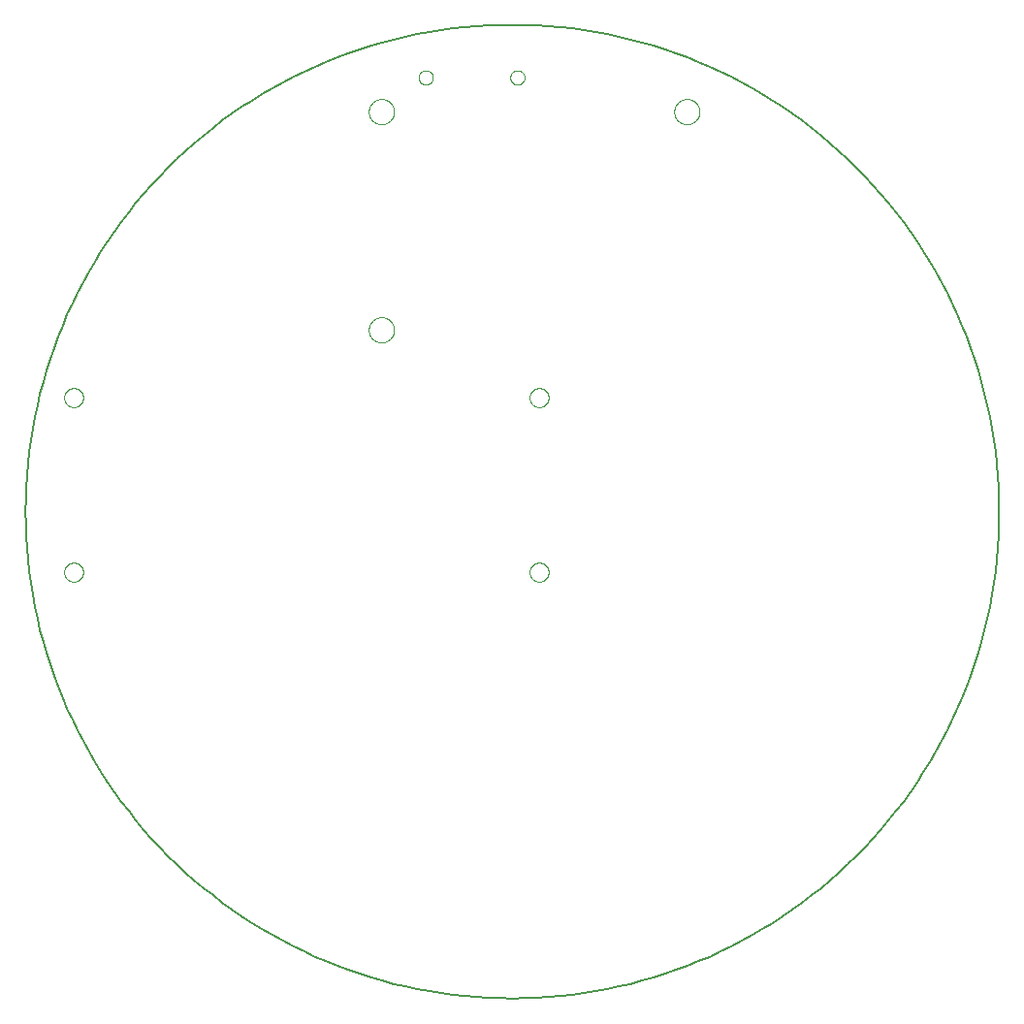
<source format=gko>
G75*
%MOIN*%
%OFA0B0*%
%FSLAX25Y25*%
%IPPOS*%
%LPD*%
%AMOC8*
5,1,8,0,0,1.08239X$1,22.5*
%
%ADD10C,0.00800*%
%ADD11C,0.00000*%
D10*
X0001400Y0168723D02*
X0001450Y0172829D01*
X0001602Y0176933D01*
X0001853Y0181032D01*
X0002206Y0185124D01*
X0002658Y0189205D01*
X0003211Y0193274D01*
X0003863Y0197329D01*
X0004615Y0201366D01*
X0005466Y0205384D01*
X0006414Y0209379D01*
X0007461Y0213350D01*
X0008605Y0217294D01*
X0009845Y0221209D01*
X0011181Y0225092D01*
X0012612Y0228942D01*
X0014137Y0232755D01*
X0015755Y0236529D01*
X0017465Y0240263D01*
X0019266Y0243953D01*
X0021157Y0247599D01*
X0023137Y0251196D01*
X0025205Y0254744D01*
X0027360Y0258240D01*
X0029599Y0261683D01*
X0031922Y0265069D01*
X0034328Y0268397D01*
X0036815Y0271665D01*
X0039381Y0274872D01*
X0042025Y0278014D01*
X0044745Y0281090D01*
X0047540Y0284099D01*
X0050408Y0287038D01*
X0053347Y0289906D01*
X0056356Y0292701D01*
X0059432Y0295421D01*
X0062574Y0298065D01*
X0065781Y0300631D01*
X0069049Y0303118D01*
X0072377Y0305524D01*
X0075763Y0307847D01*
X0079206Y0310086D01*
X0082702Y0312241D01*
X0086250Y0314309D01*
X0089847Y0316289D01*
X0093493Y0318180D01*
X0097183Y0319981D01*
X0100917Y0321691D01*
X0104691Y0323309D01*
X0108504Y0324834D01*
X0112354Y0326265D01*
X0116237Y0327601D01*
X0120152Y0328841D01*
X0124096Y0329985D01*
X0128067Y0331032D01*
X0132062Y0331980D01*
X0136080Y0332831D01*
X0140117Y0333583D01*
X0144172Y0334235D01*
X0148241Y0334788D01*
X0152322Y0335240D01*
X0156414Y0335593D01*
X0160513Y0335844D01*
X0164617Y0335996D01*
X0168723Y0336046D01*
X0172829Y0335996D01*
X0176933Y0335844D01*
X0181032Y0335593D01*
X0185124Y0335240D01*
X0189205Y0334788D01*
X0193274Y0334235D01*
X0197329Y0333583D01*
X0201366Y0332831D01*
X0205384Y0331980D01*
X0209379Y0331032D01*
X0213350Y0329985D01*
X0217294Y0328841D01*
X0221209Y0327601D01*
X0225092Y0326265D01*
X0228942Y0324834D01*
X0232755Y0323309D01*
X0236529Y0321691D01*
X0240263Y0319981D01*
X0243953Y0318180D01*
X0247599Y0316289D01*
X0251196Y0314309D01*
X0254744Y0312241D01*
X0258240Y0310086D01*
X0261683Y0307847D01*
X0265069Y0305524D01*
X0268397Y0303118D01*
X0271665Y0300631D01*
X0274872Y0298065D01*
X0278014Y0295421D01*
X0281090Y0292701D01*
X0284099Y0289906D01*
X0287038Y0287038D01*
X0289906Y0284099D01*
X0292701Y0281090D01*
X0295421Y0278014D01*
X0298065Y0274872D01*
X0300631Y0271665D01*
X0303118Y0268397D01*
X0305524Y0265069D01*
X0307847Y0261683D01*
X0310086Y0258240D01*
X0312241Y0254744D01*
X0314309Y0251196D01*
X0316289Y0247599D01*
X0318180Y0243953D01*
X0319981Y0240263D01*
X0321691Y0236529D01*
X0323309Y0232755D01*
X0324834Y0228942D01*
X0326265Y0225092D01*
X0327601Y0221209D01*
X0328841Y0217294D01*
X0329985Y0213350D01*
X0331032Y0209379D01*
X0331980Y0205384D01*
X0332831Y0201366D01*
X0333583Y0197329D01*
X0334235Y0193274D01*
X0334788Y0189205D01*
X0335240Y0185124D01*
X0335593Y0181032D01*
X0335844Y0176933D01*
X0335996Y0172829D01*
X0336046Y0168723D01*
X0335996Y0164617D01*
X0335844Y0160513D01*
X0335593Y0156414D01*
X0335240Y0152322D01*
X0334788Y0148241D01*
X0334235Y0144172D01*
X0333583Y0140117D01*
X0332831Y0136080D01*
X0331980Y0132062D01*
X0331032Y0128067D01*
X0329985Y0124096D01*
X0328841Y0120152D01*
X0327601Y0116237D01*
X0326265Y0112354D01*
X0324834Y0108504D01*
X0323309Y0104691D01*
X0321691Y0100917D01*
X0319981Y0097183D01*
X0318180Y0093493D01*
X0316289Y0089847D01*
X0314309Y0086250D01*
X0312241Y0082702D01*
X0310086Y0079206D01*
X0307847Y0075763D01*
X0305524Y0072377D01*
X0303118Y0069049D01*
X0300631Y0065781D01*
X0298065Y0062574D01*
X0295421Y0059432D01*
X0292701Y0056356D01*
X0289906Y0053347D01*
X0287038Y0050408D01*
X0284099Y0047540D01*
X0281090Y0044745D01*
X0278014Y0042025D01*
X0274872Y0039381D01*
X0271665Y0036815D01*
X0268397Y0034328D01*
X0265069Y0031922D01*
X0261683Y0029599D01*
X0258240Y0027360D01*
X0254744Y0025205D01*
X0251196Y0023137D01*
X0247599Y0021157D01*
X0243953Y0019266D01*
X0240263Y0017465D01*
X0236529Y0015755D01*
X0232755Y0014137D01*
X0228942Y0012612D01*
X0225092Y0011181D01*
X0221209Y0009845D01*
X0217294Y0008605D01*
X0213350Y0007461D01*
X0209379Y0006414D01*
X0205384Y0005466D01*
X0201366Y0004615D01*
X0197329Y0003863D01*
X0193274Y0003211D01*
X0189205Y0002658D01*
X0185124Y0002206D01*
X0181032Y0001853D01*
X0176933Y0001602D01*
X0172829Y0001450D01*
X0168723Y0001400D01*
X0164617Y0001450D01*
X0160513Y0001602D01*
X0156414Y0001853D01*
X0152322Y0002206D01*
X0148241Y0002658D01*
X0144172Y0003211D01*
X0140117Y0003863D01*
X0136080Y0004615D01*
X0132062Y0005466D01*
X0128067Y0006414D01*
X0124096Y0007461D01*
X0120152Y0008605D01*
X0116237Y0009845D01*
X0112354Y0011181D01*
X0108504Y0012612D01*
X0104691Y0014137D01*
X0100917Y0015755D01*
X0097183Y0017465D01*
X0093493Y0019266D01*
X0089847Y0021157D01*
X0086250Y0023137D01*
X0082702Y0025205D01*
X0079206Y0027360D01*
X0075763Y0029599D01*
X0072377Y0031922D01*
X0069049Y0034328D01*
X0065781Y0036815D01*
X0062574Y0039381D01*
X0059432Y0042025D01*
X0056356Y0044745D01*
X0053347Y0047540D01*
X0050408Y0050408D01*
X0047540Y0053347D01*
X0044745Y0056356D01*
X0042025Y0059432D01*
X0039381Y0062574D01*
X0036815Y0065781D01*
X0034328Y0069049D01*
X0031922Y0072377D01*
X0029599Y0075763D01*
X0027360Y0079206D01*
X0025205Y0082702D01*
X0023137Y0086250D01*
X0021157Y0089847D01*
X0019266Y0093493D01*
X0017465Y0097183D01*
X0015755Y0100917D01*
X0014137Y0104691D01*
X0012612Y0108504D01*
X0011181Y0112354D01*
X0009845Y0116237D01*
X0008605Y0120152D01*
X0007461Y0124096D01*
X0006414Y0128067D01*
X0005466Y0132062D01*
X0004615Y0136080D01*
X0003863Y0140117D01*
X0003211Y0144172D01*
X0002658Y0148241D01*
X0002206Y0152322D01*
X0001853Y0156414D01*
X0001602Y0160513D01*
X0001450Y0164617D01*
X0001400Y0168723D01*
D11*
X0014673Y0147923D02*
X0014675Y0148036D01*
X0014681Y0148150D01*
X0014691Y0148263D01*
X0014705Y0148375D01*
X0014722Y0148487D01*
X0014744Y0148599D01*
X0014770Y0148709D01*
X0014799Y0148819D01*
X0014832Y0148927D01*
X0014869Y0149035D01*
X0014910Y0149140D01*
X0014954Y0149245D01*
X0015002Y0149348D01*
X0015053Y0149449D01*
X0015108Y0149548D01*
X0015167Y0149645D01*
X0015229Y0149740D01*
X0015294Y0149833D01*
X0015362Y0149924D01*
X0015433Y0150012D01*
X0015508Y0150098D01*
X0015585Y0150181D01*
X0015665Y0150261D01*
X0015748Y0150338D01*
X0015834Y0150413D01*
X0015922Y0150484D01*
X0016013Y0150552D01*
X0016106Y0150617D01*
X0016201Y0150679D01*
X0016298Y0150738D01*
X0016397Y0150793D01*
X0016498Y0150844D01*
X0016601Y0150892D01*
X0016706Y0150936D01*
X0016811Y0150977D01*
X0016919Y0151014D01*
X0017027Y0151047D01*
X0017137Y0151076D01*
X0017247Y0151102D01*
X0017359Y0151124D01*
X0017471Y0151141D01*
X0017583Y0151155D01*
X0017696Y0151165D01*
X0017810Y0151171D01*
X0017923Y0151173D01*
X0018036Y0151171D01*
X0018150Y0151165D01*
X0018263Y0151155D01*
X0018375Y0151141D01*
X0018487Y0151124D01*
X0018599Y0151102D01*
X0018709Y0151076D01*
X0018819Y0151047D01*
X0018927Y0151014D01*
X0019035Y0150977D01*
X0019140Y0150936D01*
X0019245Y0150892D01*
X0019348Y0150844D01*
X0019449Y0150793D01*
X0019548Y0150738D01*
X0019645Y0150679D01*
X0019740Y0150617D01*
X0019833Y0150552D01*
X0019924Y0150484D01*
X0020012Y0150413D01*
X0020098Y0150338D01*
X0020181Y0150261D01*
X0020261Y0150181D01*
X0020338Y0150098D01*
X0020413Y0150012D01*
X0020484Y0149924D01*
X0020552Y0149833D01*
X0020617Y0149740D01*
X0020679Y0149645D01*
X0020738Y0149548D01*
X0020793Y0149449D01*
X0020844Y0149348D01*
X0020892Y0149245D01*
X0020936Y0149140D01*
X0020977Y0149035D01*
X0021014Y0148927D01*
X0021047Y0148819D01*
X0021076Y0148709D01*
X0021102Y0148599D01*
X0021124Y0148487D01*
X0021141Y0148375D01*
X0021155Y0148263D01*
X0021165Y0148150D01*
X0021171Y0148036D01*
X0021173Y0147923D01*
X0021171Y0147810D01*
X0021165Y0147696D01*
X0021155Y0147583D01*
X0021141Y0147471D01*
X0021124Y0147359D01*
X0021102Y0147247D01*
X0021076Y0147137D01*
X0021047Y0147027D01*
X0021014Y0146919D01*
X0020977Y0146811D01*
X0020936Y0146706D01*
X0020892Y0146601D01*
X0020844Y0146498D01*
X0020793Y0146397D01*
X0020738Y0146298D01*
X0020679Y0146201D01*
X0020617Y0146106D01*
X0020552Y0146013D01*
X0020484Y0145922D01*
X0020413Y0145834D01*
X0020338Y0145748D01*
X0020261Y0145665D01*
X0020181Y0145585D01*
X0020098Y0145508D01*
X0020012Y0145433D01*
X0019924Y0145362D01*
X0019833Y0145294D01*
X0019740Y0145229D01*
X0019645Y0145167D01*
X0019548Y0145108D01*
X0019449Y0145053D01*
X0019348Y0145002D01*
X0019245Y0144954D01*
X0019140Y0144910D01*
X0019035Y0144869D01*
X0018927Y0144832D01*
X0018819Y0144799D01*
X0018709Y0144770D01*
X0018599Y0144744D01*
X0018487Y0144722D01*
X0018375Y0144705D01*
X0018263Y0144691D01*
X0018150Y0144681D01*
X0018036Y0144675D01*
X0017923Y0144673D01*
X0017810Y0144675D01*
X0017696Y0144681D01*
X0017583Y0144691D01*
X0017471Y0144705D01*
X0017359Y0144722D01*
X0017247Y0144744D01*
X0017137Y0144770D01*
X0017027Y0144799D01*
X0016919Y0144832D01*
X0016811Y0144869D01*
X0016706Y0144910D01*
X0016601Y0144954D01*
X0016498Y0145002D01*
X0016397Y0145053D01*
X0016298Y0145108D01*
X0016201Y0145167D01*
X0016106Y0145229D01*
X0016013Y0145294D01*
X0015922Y0145362D01*
X0015834Y0145433D01*
X0015748Y0145508D01*
X0015665Y0145585D01*
X0015585Y0145665D01*
X0015508Y0145748D01*
X0015433Y0145834D01*
X0015362Y0145922D01*
X0015294Y0146013D01*
X0015229Y0146106D01*
X0015167Y0146201D01*
X0015108Y0146298D01*
X0015053Y0146397D01*
X0015002Y0146498D01*
X0014954Y0146601D01*
X0014910Y0146706D01*
X0014869Y0146811D01*
X0014832Y0146919D01*
X0014799Y0147027D01*
X0014770Y0147137D01*
X0014744Y0147247D01*
X0014722Y0147359D01*
X0014705Y0147471D01*
X0014691Y0147583D01*
X0014681Y0147696D01*
X0014675Y0147810D01*
X0014673Y0147923D01*
X0014673Y0207923D02*
X0014675Y0208036D01*
X0014681Y0208150D01*
X0014691Y0208263D01*
X0014705Y0208375D01*
X0014722Y0208487D01*
X0014744Y0208599D01*
X0014770Y0208709D01*
X0014799Y0208819D01*
X0014832Y0208927D01*
X0014869Y0209035D01*
X0014910Y0209140D01*
X0014954Y0209245D01*
X0015002Y0209348D01*
X0015053Y0209449D01*
X0015108Y0209548D01*
X0015167Y0209645D01*
X0015229Y0209740D01*
X0015294Y0209833D01*
X0015362Y0209924D01*
X0015433Y0210012D01*
X0015508Y0210098D01*
X0015585Y0210181D01*
X0015665Y0210261D01*
X0015748Y0210338D01*
X0015834Y0210413D01*
X0015922Y0210484D01*
X0016013Y0210552D01*
X0016106Y0210617D01*
X0016201Y0210679D01*
X0016298Y0210738D01*
X0016397Y0210793D01*
X0016498Y0210844D01*
X0016601Y0210892D01*
X0016706Y0210936D01*
X0016811Y0210977D01*
X0016919Y0211014D01*
X0017027Y0211047D01*
X0017137Y0211076D01*
X0017247Y0211102D01*
X0017359Y0211124D01*
X0017471Y0211141D01*
X0017583Y0211155D01*
X0017696Y0211165D01*
X0017810Y0211171D01*
X0017923Y0211173D01*
X0018036Y0211171D01*
X0018150Y0211165D01*
X0018263Y0211155D01*
X0018375Y0211141D01*
X0018487Y0211124D01*
X0018599Y0211102D01*
X0018709Y0211076D01*
X0018819Y0211047D01*
X0018927Y0211014D01*
X0019035Y0210977D01*
X0019140Y0210936D01*
X0019245Y0210892D01*
X0019348Y0210844D01*
X0019449Y0210793D01*
X0019548Y0210738D01*
X0019645Y0210679D01*
X0019740Y0210617D01*
X0019833Y0210552D01*
X0019924Y0210484D01*
X0020012Y0210413D01*
X0020098Y0210338D01*
X0020181Y0210261D01*
X0020261Y0210181D01*
X0020338Y0210098D01*
X0020413Y0210012D01*
X0020484Y0209924D01*
X0020552Y0209833D01*
X0020617Y0209740D01*
X0020679Y0209645D01*
X0020738Y0209548D01*
X0020793Y0209449D01*
X0020844Y0209348D01*
X0020892Y0209245D01*
X0020936Y0209140D01*
X0020977Y0209035D01*
X0021014Y0208927D01*
X0021047Y0208819D01*
X0021076Y0208709D01*
X0021102Y0208599D01*
X0021124Y0208487D01*
X0021141Y0208375D01*
X0021155Y0208263D01*
X0021165Y0208150D01*
X0021171Y0208036D01*
X0021173Y0207923D01*
X0021171Y0207810D01*
X0021165Y0207696D01*
X0021155Y0207583D01*
X0021141Y0207471D01*
X0021124Y0207359D01*
X0021102Y0207247D01*
X0021076Y0207137D01*
X0021047Y0207027D01*
X0021014Y0206919D01*
X0020977Y0206811D01*
X0020936Y0206706D01*
X0020892Y0206601D01*
X0020844Y0206498D01*
X0020793Y0206397D01*
X0020738Y0206298D01*
X0020679Y0206201D01*
X0020617Y0206106D01*
X0020552Y0206013D01*
X0020484Y0205922D01*
X0020413Y0205834D01*
X0020338Y0205748D01*
X0020261Y0205665D01*
X0020181Y0205585D01*
X0020098Y0205508D01*
X0020012Y0205433D01*
X0019924Y0205362D01*
X0019833Y0205294D01*
X0019740Y0205229D01*
X0019645Y0205167D01*
X0019548Y0205108D01*
X0019449Y0205053D01*
X0019348Y0205002D01*
X0019245Y0204954D01*
X0019140Y0204910D01*
X0019035Y0204869D01*
X0018927Y0204832D01*
X0018819Y0204799D01*
X0018709Y0204770D01*
X0018599Y0204744D01*
X0018487Y0204722D01*
X0018375Y0204705D01*
X0018263Y0204691D01*
X0018150Y0204681D01*
X0018036Y0204675D01*
X0017923Y0204673D01*
X0017810Y0204675D01*
X0017696Y0204681D01*
X0017583Y0204691D01*
X0017471Y0204705D01*
X0017359Y0204722D01*
X0017247Y0204744D01*
X0017137Y0204770D01*
X0017027Y0204799D01*
X0016919Y0204832D01*
X0016811Y0204869D01*
X0016706Y0204910D01*
X0016601Y0204954D01*
X0016498Y0205002D01*
X0016397Y0205053D01*
X0016298Y0205108D01*
X0016201Y0205167D01*
X0016106Y0205229D01*
X0016013Y0205294D01*
X0015922Y0205362D01*
X0015834Y0205433D01*
X0015748Y0205508D01*
X0015665Y0205585D01*
X0015585Y0205665D01*
X0015508Y0205748D01*
X0015433Y0205834D01*
X0015362Y0205922D01*
X0015294Y0206013D01*
X0015229Y0206106D01*
X0015167Y0206201D01*
X0015108Y0206298D01*
X0015053Y0206397D01*
X0015002Y0206498D01*
X0014954Y0206601D01*
X0014910Y0206706D01*
X0014869Y0206811D01*
X0014832Y0206919D01*
X0014799Y0207027D01*
X0014770Y0207137D01*
X0014744Y0207247D01*
X0014722Y0207359D01*
X0014705Y0207471D01*
X0014691Y0207583D01*
X0014681Y0207696D01*
X0014675Y0207810D01*
X0014673Y0207923D01*
X0119392Y0231223D02*
X0119394Y0231354D01*
X0119400Y0231486D01*
X0119410Y0231617D01*
X0119424Y0231748D01*
X0119442Y0231878D01*
X0119464Y0232007D01*
X0119489Y0232136D01*
X0119519Y0232264D01*
X0119553Y0232391D01*
X0119590Y0232518D01*
X0119631Y0232642D01*
X0119676Y0232766D01*
X0119725Y0232888D01*
X0119777Y0233009D01*
X0119833Y0233127D01*
X0119893Y0233245D01*
X0119956Y0233360D01*
X0120023Y0233473D01*
X0120093Y0233585D01*
X0120166Y0233694D01*
X0120242Y0233800D01*
X0120322Y0233905D01*
X0120405Y0234007D01*
X0120491Y0234106D01*
X0120580Y0234203D01*
X0120672Y0234297D01*
X0120767Y0234388D01*
X0120864Y0234477D01*
X0120964Y0234562D01*
X0121067Y0234644D01*
X0121172Y0234723D01*
X0121279Y0234799D01*
X0121389Y0234871D01*
X0121501Y0234940D01*
X0121615Y0235006D01*
X0121730Y0235068D01*
X0121848Y0235127D01*
X0121967Y0235182D01*
X0122088Y0235234D01*
X0122211Y0235281D01*
X0122335Y0235325D01*
X0122460Y0235366D01*
X0122586Y0235402D01*
X0122714Y0235435D01*
X0122842Y0235463D01*
X0122971Y0235488D01*
X0123101Y0235509D01*
X0123231Y0235526D01*
X0123362Y0235539D01*
X0123493Y0235548D01*
X0123624Y0235553D01*
X0123756Y0235554D01*
X0123887Y0235551D01*
X0124019Y0235544D01*
X0124150Y0235533D01*
X0124280Y0235518D01*
X0124410Y0235499D01*
X0124540Y0235476D01*
X0124668Y0235450D01*
X0124796Y0235419D01*
X0124923Y0235384D01*
X0125049Y0235346D01*
X0125173Y0235304D01*
X0125297Y0235258D01*
X0125418Y0235208D01*
X0125538Y0235155D01*
X0125657Y0235098D01*
X0125774Y0235038D01*
X0125888Y0234974D01*
X0126001Y0234906D01*
X0126112Y0234835D01*
X0126221Y0234761D01*
X0126327Y0234684D01*
X0126431Y0234603D01*
X0126532Y0234520D01*
X0126631Y0234433D01*
X0126727Y0234343D01*
X0126820Y0234250D01*
X0126911Y0234155D01*
X0126998Y0234057D01*
X0127083Y0233956D01*
X0127164Y0233853D01*
X0127242Y0233747D01*
X0127317Y0233639D01*
X0127389Y0233529D01*
X0127457Y0233417D01*
X0127522Y0233303D01*
X0127583Y0233186D01*
X0127641Y0233068D01*
X0127695Y0232948D01*
X0127746Y0232827D01*
X0127793Y0232704D01*
X0127836Y0232580D01*
X0127875Y0232455D01*
X0127911Y0232328D01*
X0127942Y0232200D01*
X0127970Y0232072D01*
X0127994Y0231943D01*
X0128014Y0231813D01*
X0128030Y0231682D01*
X0128042Y0231551D01*
X0128050Y0231420D01*
X0128054Y0231289D01*
X0128054Y0231157D01*
X0128050Y0231026D01*
X0128042Y0230895D01*
X0128030Y0230764D01*
X0128014Y0230633D01*
X0127994Y0230503D01*
X0127970Y0230374D01*
X0127942Y0230246D01*
X0127911Y0230118D01*
X0127875Y0229991D01*
X0127836Y0229866D01*
X0127793Y0229742D01*
X0127746Y0229619D01*
X0127695Y0229498D01*
X0127641Y0229378D01*
X0127583Y0229260D01*
X0127522Y0229143D01*
X0127457Y0229029D01*
X0127389Y0228917D01*
X0127317Y0228807D01*
X0127242Y0228699D01*
X0127164Y0228593D01*
X0127083Y0228490D01*
X0126998Y0228389D01*
X0126911Y0228291D01*
X0126820Y0228196D01*
X0126727Y0228103D01*
X0126631Y0228013D01*
X0126532Y0227926D01*
X0126431Y0227843D01*
X0126327Y0227762D01*
X0126221Y0227685D01*
X0126112Y0227611D01*
X0126001Y0227540D01*
X0125889Y0227472D01*
X0125774Y0227408D01*
X0125657Y0227348D01*
X0125538Y0227291D01*
X0125418Y0227238D01*
X0125297Y0227188D01*
X0125173Y0227142D01*
X0125049Y0227100D01*
X0124923Y0227062D01*
X0124796Y0227027D01*
X0124668Y0226996D01*
X0124540Y0226970D01*
X0124410Y0226947D01*
X0124280Y0226928D01*
X0124150Y0226913D01*
X0124019Y0226902D01*
X0123887Y0226895D01*
X0123756Y0226892D01*
X0123624Y0226893D01*
X0123493Y0226898D01*
X0123362Y0226907D01*
X0123231Y0226920D01*
X0123101Y0226937D01*
X0122971Y0226958D01*
X0122842Y0226983D01*
X0122714Y0227011D01*
X0122586Y0227044D01*
X0122460Y0227080D01*
X0122335Y0227121D01*
X0122211Y0227165D01*
X0122088Y0227212D01*
X0121967Y0227264D01*
X0121848Y0227319D01*
X0121730Y0227378D01*
X0121615Y0227440D01*
X0121501Y0227506D01*
X0121389Y0227575D01*
X0121279Y0227647D01*
X0121172Y0227723D01*
X0121067Y0227802D01*
X0120964Y0227884D01*
X0120864Y0227969D01*
X0120767Y0228058D01*
X0120672Y0228149D01*
X0120580Y0228243D01*
X0120491Y0228340D01*
X0120405Y0228439D01*
X0120322Y0228541D01*
X0120242Y0228646D01*
X0120166Y0228752D01*
X0120093Y0228861D01*
X0120023Y0228973D01*
X0119956Y0229086D01*
X0119893Y0229201D01*
X0119833Y0229319D01*
X0119777Y0229437D01*
X0119725Y0229558D01*
X0119676Y0229680D01*
X0119631Y0229804D01*
X0119590Y0229928D01*
X0119553Y0230055D01*
X0119519Y0230182D01*
X0119489Y0230310D01*
X0119464Y0230439D01*
X0119442Y0230568D01*
X0119424Y0230698D01*
X0119410Y0230829D01*
X0119400Y0230960D01*
X0119394Y0231092D01*
X0119392Y0231223D01*
X0174673Y0207923D02*
X0174675Y0208036D01*
X0174681Y0208150D01*
X0174691Y0208263D01*
X0174705Y0208375D01*
X0174722Y0208487D01*
X0174744Y0208599D01*
X0174770Y0208709D01*
X0174799Y0208819D01*
X0174832Y0208927D01*
X0174869Y0209035D01*
X0174910Y0209140D01*
X0174954Y0209245D01*
X0175002Y0209348D01*
X0175053Y0209449D01*
X0175108Y0209548D01*
X0175167Y0209645D01*
X0175229Y0209740D01*
X0175294Y0209833D01*
X0175362Y0209924D01*
X0175433Y0210012D01*
X0175508Y0210098D01*
X0175585Y0210181D01*
X0175665Y0210261D01*
X0175748Y0210338D01*
X0175834Y0210413D01*
X0175922Y0210484D01*
X0176013Y0210552D01*
X0176106Y0210617D01*
X0176201Y0210679D01*
X0176298Y0210738D01*
X0176397Y0210793D01*
X0176498Y0210844D01*
X0176601Y0210892D01*
X0176706Y0210936D01*
X0176811Y0210977D01*
X0176919Y0211014D01*
X0177027Y0211047D01*
X0177137Y0211076D01*
X0177247Y0211102D01*
X0177359Y0211124D01*
X0177471Y0211141D01*
X0177583Y0211155D01*
X0177696Y0211165D01*
X0177810Y0211171D01*
X0177923Y0211173D01*
X0178036Y0211171D01*
X0178150Y0211165D01*
X0178263Y0211155D01*
X0178375Y0211141D01*
X0178487Y0211124D01*
X0178599Y0211102D01*
X0178709Y0211076D01*
X0178819Y0211047D01*
X0178927Y0211014D01*
X0179035Y0210977D01*
X0179140Y0210936D01*
X0179245Y0210892D01*
X0179348Y0210844D01*
X0179449Y0210793D01*
X0179548Y0210738D01*
X0179645Y0210679D01*
X0179740Y0210617D01*
X0179833Y0210552D01*
X0179924Y0210484D01*
X0180012Y0210413D01*
X0180098Y0210338D01*
X0180181Y0210261D01*
X0180261Y0210181D01*
X0180338Y0210098D01*
X0180413Y0210012D01*
X0180484Y0209924D01*
X0180552Y0209833D01*
X0180617Y0209740D01*
X0180679Y0209645D01*
X0180738Y0209548D01*
X0180793Y0209449D01*
X0180844Y0209348D01*
X0180892Y0209245D01*
X0180936Y0209140D01*
X0180977Y0209035D01*
X0181014Y0208927D01*
X0181047Y0208819D01*
X0181076Y0208709D01*
X0181102Y0208599D01*
X0181124Y0208487D01*
X0181141Y0208375D01*
X0181155Y0208263D01*
X0181165Y0208150D01*
X0181171Y0208036D01*
X0181173Y0207923D01*
X0181171Y0207810D01*
X0181165Y0207696D01*
X0181155Y0207583D01*
X0181141Y0207471D01*
X0181124Y0207359D01*
X0181102Y0207247D01*
X0181076Y0207137D01*
X0181047Y0207027D01*
X0181014Y0206919D01*
X0180977Y0206811D01*
X0180936Y0206706D01*
X0180892Y0206601D01*
X0180844Y0206498D01*
X0180793Y0206397D01*
X0180738Y0206298D01*
X0180679Y0206201D01*
X0180617Y0206106D01*
X0180552Y0206013D01*
X0180484Y0205922D01*
X0180413Y0205834D01*
X0180338Y0205748D01*
X0180261Y0205665D01*
X0180181Y0205585D01*
X0180098Y0205508D01*
X0180012Y0205433D01*
X0179924Y0205362D01*
X0179833Y0205294D01*
X0179740Y0205229D01*
X0179645Y0205167D01*
X0179548Y0205108D01*
X0179449Y0205053D01*
X0179348Y0205002D01*
X0179245Y0204954D01*
X0179140Y0204910D01*
X0179035Y0204869D01*
X0178927Y0204832D01*
X0178819Y0204799D01*
X0178709Y0204770D01*
X0178599Y0204744D01*
X0178487Y0204722D01*
X0178375Y0204705D01*
X0178263Y0204691D01*
X0178150Y0204681D01*
X0178036Y0204675D01*
X0177923Y0204673D01*
X0177810Y0204675D01*
X0177696Y0204681D01*
X0177583Y0204691D01*
X0177471Y0204705D01*
X0177359Y0204722D01*
X0177247Y0204744D01*
X0177137Y0204770D01*
X0177027Y0204799D01*
X0176919Y0204832D01*
X0176811Y0204869D01*
X0176706Y0204910D01*
X0176601Y0204954D01*
X0176498Y0205002D01*
X0176397Y0205053D01*
X0176298Y0205108D01*
X0176201Y0205167D01*
X0176106Y0205229D01*
X0176013Y0205294D01*
X0175922Y0205362D01*
X0175834Y0205433D01*
X0175748Y0205508D01*
X0175665Y0205585D01*
X0175585Y0205665D01*
X0175508Y0205748D01*
X0175433Y0205834D01*
X0175362Y0205922D01*
X0175294Y0206013D01*
X0175229Y0206106D01*
X0175167Y0206201D01*
X0175108Y0206298D01*
X0175053Y0206397D01*
X0175002Y0206498D01*
X0174954Y0206601D01*
X0174910Y0206706D01*
X0174869Y0206811D01*
X0174832Y0206919D01*
X0174799Y0207027D01*
X0174770Y0207137D01*
X0174744Y0207247D01*
X0174722Y0207359D01*
X0174705Y0207471D01*
X0174691Y0207583D01*
X0174681Y0207696D01*
X0174675Y0207810D01*
X0174673Y0207923D01*
X0174673Y0147923D02*
X0174675Y0148036D01*
X0174681Y0148150D01*
X0174691Y0148263D01*
X0174705Y0148375D01*
X0174722Y0148487D01*
X0174744Y0148599D01*
X0174770Y0148709D01*
X0174799Y0148819D01*
X0174832Y0148927D01*
X0174869Y0149035D01*
X0174910Y0149140D01*
X0174954Y0149245D01*
X0175002Y0149348D01*
X0175053Y0149449D01*
X0175108Y0149548D01*
X0175167Y0149645D01*
X0175229Y0149740D01*
X0175294Y0149833D01*
X0175362Y0149924D01*
X0175433Y0150012D01*
X0175508Y0150098D01*
X0175585Y0150181D01*
X0175665Y0150261D01*
X0175748Y0150338D01*
X0175834Y0150413D01*
X0175922Y0150484D01*
X0176013Y0150552D01*
X0176106Y0150617D01*
X0176201Y0150679D01*
X0176298Y0150738D01*
X0176397Y0150793D01*
X0176498Y0150844D01*
X0176601Y0150892D01*
X0176706Y0150936D01*
X0176811Y0150977D01*
X0176919Y0151014D01*
X0177027Y0151047D01*
X0177137Y0151076D01*
X0177247Y0151102D01*
X0177359Y0151124D01*
X0177471Y0151141D01*
X0177583Y0151155D01*
X0177696Y0151165D01*
X0177810Y0151171D01*
X0177923Y0151173D01*
X0178036Y0151171D01*
X0178150Y0151165D01*
X0178263Y0151155D01*
X0178375Y0151141D01*
X0178487Y0151124D01*
X0178599Y0151102D01*
X0178709Y0151076D01*
X0178819Y0151047D01*
X0178927Y0151014D01*
X0179035Y0150977D01*
X0179140Y0150936D01*
X0179245Y0150892D01*
X0179348Y0150844D01*
X0179449Y0150793D01*
X0179548Y0150738D01*
X0179645Y0150679D01*
X0179740Y0150617D01*
X0179833Y0150552D01*
X0179924Y0150484D01*
X0180012Y0150413D01*
X0180098Y0150338D01*
X0180181Y0150261D01*
X0180261Y0150181D01*
X0180338Y0150098D01*
X0180413Y0150012D01*
X0180484Y0149924D01*
X0180552Y0149833D01*
X0180617Y0149740D01*
X0180679Y0149645D01*
X0180738Y0149548D01*
X0180793Y0149449D01*
X0180844Y0149348D01*
X0180892Y0149245D01*
X0180936Y0149140D01*
X0180977Y0149035D01*
X0181014Y0148927D01*
X0181047Y0148819D01*
X0181076Y0148709D01*
X0181102Y0148599D01*
X0181124Y0148487D01*
X0181141Y0148375D01*
X0181155Y0148263D01*
X0181165Y0148150D01*
X0181171Y0148036D01*
X0181173Y0147923D01*
X0181171Y0147810D01*
X0181165Y0147696D01*
X0181155Y0147583D01*
X0181141Y0147471D01*
X0181124Y0147359D01*
X0181102Y0147247D01*
X0181076Y0147137D01*
X0181047Y0147027D01*
X0181014Y0146919D01*
X0180977Y0146811D01*
X0180936Y0146706D01*
X0180892Y0146601D01*
X0180844Y0146498D01*
X0180793Y0146397D01*
X0180738Y0146298D01*
X0180679Y0146201D01*
X0180617Y0146106D01*
X0180552Y0146013D01*
X0180484Y0145922D01*
X0180413Y0145834D01*
X0180338Y0145748D01*
X0180261Y0145665D01*
X0180181Y0145585D01*
X0180098Y0145508D01*
X0180012Y0145433D01*
X0179924Y0145362D01*
X0179833Y0145294D01*
X0179740Y0145229D01*
X0179645Y0145167D01*
X0179548Y0145108D01*
X0179449Y0145053D01*
X0179348Y0145002D01*
X0179245Y0144954D01*
X0179140Y0144910D01*
X0179035Y0144869D01*
X0178927Y0144832D01*
X0178819Y0144799D01*
X0178709Y0144770D01*
X0178599Y0144744D01*
X0178487Y0144722D01*
X0178375Y0144705D01*
X0178263Y0144691D01*
X0178150Y0144681D01*
X0178036Y0144675D01*
X0177923Y0144673D01*
X0177810Y0144675D01*
X0177696Y0144681D01*
X0177583Y0144691D01*
X0177471Y0144705D01*
X0177359Y0144722D01*
X0177247Y0144744D01*
X0177137Y0144770D01*
X0177027Y0144799D01*
X0176919Y0144832D01*
X0176811Y0144869D01*
X0176706Y0144910D01*
X0176601Y0144954D01*
X0176498Y0145002D01*
X0176397Y0145053D01*
X0176298Y0145108D01*
X0176201Y0145167D01*
X0176106Y0145229D01*
X0176013Y0145294D01*
X0175922Y0145362D01*
X0175834Y0145433D01*
X0175748Y0145508D01*
X0175665Y0145585D01*
X0175585Y0145665D01*
X0175508Y0145748D01*
X0175433Y0145834D01*
X0175362Y0145922D01*
X0175294Y0146013D01*
X0175229Y0146106D01*
X0175167Y0146201D01*
X0175108Y0146298D01*
X0175053Y0146397D01*
X0175002Y0146498D01*
X0174954Y0146601D01*
X0174910Y0146706D01*
X0174869Y0146811D01*
X0174832Y0146919D01*
X0174799Y0147027D01*
X0174770Y0147137D01*
X0174744Y0147247D01*
X0174722Y0147359D01*
X0174705Y0147471D01*
X0174691Y0147583D01*
X0174681Y0147696D01*
X0174675Y0147810D01*
X0174673Y0147923D01*
X0119392Y0306223D02*
X0119394Y0306354D01*
X0119400Y0306486D01*
X0119410Y0306617D01*
X0119424Y0306748D01*
X0119442Y0306878D01*
X0119464Y0307007D01*
X0119489Y0307136D01*
X0119519Y0307264D01*
X0119553Y0307391D01*
X0119590Y0307518D01*
X0119631Y0307642D01*
X0119676Y0307766D01*
X0119725Y0307888D01*
X0119777Y0308009D01*
X0119833Y0308127D01*
X0119893Y0308245D01*
X0119956Y0308360D01*
X0120023Y0308473D01*
X0120093Y0308585D01*
X0120166Y0308694D01*
X0120242Y0308800D01*
X0120322Y0308905D01*
X0120405Y0309007D01*
X0120491Y0309106D01*
X0120580Y0309203D01*
X0120672Y0309297D01*
X0120767Y0309388D01*
X0120864Y0309477D01*
X0120964Y0309562D01*
X0121067Y0309644D01*
X0121172Y0309723D01*
X0121279Y0309799D01*
X0121389Y0309871D01*
X0121501Y0309940D01*
X0121615Y0310006D01*
X0121730Y0310068D01*
X0121848Y0310127D01*
X0121967Y0310182D01*
X0122088Y0310234D01*
X0122211Y0310281D01*
X0122335Y0310325D01*
X0122460Y0310366D01*
X0122586Y0310402D01*
X0122714Y0310435D01*
X0122842Y0310463D01*
X0122971Y0310488D01*
X0123101Y0310509D01*
X0123231Y0310526D01*
X0123362Y0310539D01*
X0123493Y0310548D01*
X0123624Y0310553D01*
X0123756Y0310554D01*
X0123887Y0310551D01*
X0124019Y0310544D01*
X0124150Y0310533D01*
X0124280Y0310518D01*
X0124410Y0310499D01*
X0124540Y0310476D01*
X0124668Y0310450D01*
X0124796Y0310419D01*
X0124923Y0310384D01*
X0125049Y0310346D01*
X0125173Y0310304D01*
X0125297Y0310258D01*
X0125418Y0310208D01*
X0125538Y0310155D01*
X0125657Y0310098D01*
X0125774Y0310038D01*
X0125888Y0309974D01*
X0126001Y0309906D01*
X0126112Y0309835D01*
X0126221Y0309761D01*
X0126327Y0309684D01*
X0126431Y0309603D01*
X0126532Y0309520D01*
X0126631Y0309433D01*
X0126727Y0309343D01*
X0126820Y0309250D01*
X0126911Y0309155D01*
X0126998Y0309057D01*
X0127083Y0308956D01*
X0127164Y0308853D01*
X0127242Y0308747D01*
X0127317Y0308639D01*
X0127389Y0308529D01*
X0127457Y0308417D01*
X0127522Y0308303D01*
X0127583Y0308186D01*
X0127641Y0308068D01*
X0127695Y0307948D01*
X0127746Y0307827D01*
X0127793Y0307704D01*
X0127836Y0307580D01*
X0127875Y0307455D01*
X0127911Y0307328D01*
X0127942Y0307200D01*
X0127970Y0307072D01*
X0127994Y0306943D01*
X0128014Y0306813D01*
X0128030Y0306682D01*
X0128042Y0306551D01*
X0128050Y0306420D01*
X0128054Y0306289D01*
X0128054Y0306157D01*
X0128050Y0306026D01*
X0128042Y0305895D01*
X0128030Y0305764D01*
X0128014Y0305633D01*
X0127994Y0305503D01*
X0127970Y0305374D01*
X0127942Y0305246D01*
X0127911Y0305118D01*
X0127875Y0304991D01*
X0127836Y0304866D01*
X0127793Y0304742D01*
X0127746Y0304619D01*
X0127695Y0304498D01*
X0127641Y0304378D01*
X0127583Y0304260D01*
X0127522Y0304143D01*
X0127457Y0304029D01*
X0127389Y0303917D01*
X0127317Y0303807D01*
X0127242Y0303699D01*
X0127164Y0303593D01*
X0127083Y0303490D01*
X0126998Y0303389D01*
X0126911Y0303291D01*
X0126820Y0303196D01*
X0126727Y0303103D01*
X0126631Y0303013D01*
X0126532Y0302926D01*
X0126431Y0302843D01*
X0126327Y0302762D01*
X0126221Y0302685D01*
X0126112Y0302611D01*
X0126001Y0302540D01*
X0125889Y0302472D01*
X0125774Y0302408D01*
X0125657Y0302348D01*
X0125538Y0302291D01*
X0125418Y0302238D01*
X0125297Y0302188D01*
X0125173Y0302142D01*
X0125049Y0302100D01*
X0124923Y0302062D01*
X0124796Y0302027D01*
X0124668Y0301996D01*
X0124540Y0301970D01*
X0124410Y0301947D01*
X0124280Y0301928D01*
X0124150Y0301913D01*
X0124019Y0301902D01*
X0123887Y0301895D01*
X0123756Y0301892D01*
X0123624Y0301893D01*
X0123493Y0301898D01*
X0123362Y0301907D01*
X0123231Y0301920D01*
X0123101Y0301937D01*
X0122971Y0301958D01*
X0122842Y0301983D01*
X0122714Y0302011D01*
X0122586Y0302044D01*
X0122460Y0302080D01*
X0122335Y0302121D01*
X0122211Y0302165D01*
X0122088Y0302212D01*
X0121967Y0302264D01*
X0121848Y0302319D01*
X0121730Y0302378D01*
X0121615Y0302440D01*
X0121501Y0302506D01*
X0121389Y0302575D01*
X0121279Y0302647D01*
X0121172Y0302723D01*
X0121067Y0302802D01*
X0120964Y0302884D01*
X0120864Y0302969D01*
X0120767Y0303058D01*
X0120672Y0303149D01*
X0120580Y0303243D01*
X0120491Y0303340D01*
X0120405Y0303439D01*
X0120322Y0303541D01*
X0120242Y0303646D01*
X0120166Y0303752D01*
X0120093Y0303861D01*
X0120023Y0303973D01*
X0119956Y0304086D01*
X0119893Y0304201D01*
X0119833Y0304319D01*
X0119777Y0304437D01*
X0119725Y0304558D01*
X0119676Y0304680D01*
X0119631Y0304804D01*
X0119590Y0304928D01*
X0119553Y0305055D01*
X0119519Y0305182D01*
X0119489Y0305310D01*
X0119464Y0305439D01*
X0119442Y0305568D01*
X0119424Y0305698D01*
X0119410Y0305829D01*
X0119400Y0305960D01*
X0119394Y0306092D01*
X0119392Y0306223D01*
X0136498Y0317975D02*
X0136500Y0318074D01*
X0136506Y0318173D01*
X0136516Y0318272D01*
X0136530Y0318370D01*
X0136548Y0318467D01*
X0136570Y0318564D01*
X0136595Y0318660D01*
X0136625Y0318754D01*
X0136658Y0318848D01*
X0136695Y0318940D01*
X0136736Y0319030D01*
X0136780Y0319119D01*
X0136828Y0319205D01*
X0136879Y0319290D01*
X0136934Y0319373D01*
X0136992Y0319453D01*
X0137053Y0319531D01*
X0137117Y0319607D01*
X0137184Y0319680D01*
X0137254Y0319750D01*
X0137327Y0319817D01*
X0137403Y0319881D01*
X0137481Y0319942D01*
X0137561Y0320000D01*
X0137644Y0320055D01*
X0137728Y0320106D01*
X0137815Y0320154D01*
X0137904Y0320198D01*
X0137994Y0320239D01*
X0138086Y0320276D01*
X0138180Y0320309D01*
X0138274Y0320339D01*
X0138370Y0320364D01*
X0138467Y0320386D01*
X0138564Y0320404D01*
X0138662Y0320418D01*
X0138761Y0320428D01*
X0138860Y0320434D01*
X0138959Y0320436D01*
X0139058Y0320434D01*
X0139157Y0320428D01*
X0139256Y0320418D01*
X0139354Y0320404D01*
X0139451Y0320386D01*
X0139548Y0320364D01*
X0139644Y0320339D01*
X0139738Y0320309D01*
X0139832Y0320276D01*
X0139924Y0320239D01*
X0140014Y0320198D01*
X0140103Y0320154D01*
X0140189Y0320106D01*
X0140274Y0320055D01*
X0140357Y0320000D01*
X0140437Y0319942D01*
X0140515Y0319881D01*
X0140591Y0319817D01*
X0140664Y0319750D01*
X0140734Y0319680D01*
X0140801Y0319607D01*
X0140865Y0319531D01*
X0140926Y0319453D01*
X0140984Y0319373D01*
X0141039Y0319290D01*
X0141090Y0319206D01*
X0141138Y0319119D01*
X0141182Y0319030D01*
X0141223Y0318940D01*
X0141260Y0318848D01*
X0141293Y0318754D01*
X0141323Y0318660D01*
X0141348Y0318564D01*
X0141370Y0318467D01*
X0141388Y0318370D01*
X0141402Y0318272D01*
X0141412Y0318173D01*
X0141418Y0318074D01*
X0141420Y0317975D01*
X0141418Y0317876D01*
X0141412Y0317777D01*
X0141402Y0317678D01*
X0141388Y0317580D01*
X0141370Y0317483D01*
X0141348Y0317386D01*
X0141323Y0317290D01*
X0141293Y0317196D01*
X0141260Y0317102D01*
X0141223Y0317010D01*
X0141182Y0316920D01*
X0141138Y0316831D01*
X0141090Y0316745D01*
X0141039Y0316660D01*
X0140984Y0316577D01*
X0140926Y0316497D01*
X0140865Y0316419D01*
X0140801Y0316343D01*
X0140734Y0316270D01*
X0140664Y0316200D01*
X0140591Y0316133D01*
X0140515Y0316069D01*
X0140437Y0316008D01*
X0140357Y0315950D01*
X0140274Y0315895D01*
X0140190Y0315844D01*
X0140103Y0315796D01*
X0140014Y0315752D01*
X0139924Y0315711D01*
X0139832Y0315674D01*
X0139738Y0315641D01*
X0139644Y0315611D01*
X0139548Y0315586D01*
X0139451Y0315564D01*
X0139354Y0315546D01*
X0139256Y0315532D01*
X0139157Y0315522D01*
X0139058Y0315516D01*
X0138959Y0315514D01*
X0138860Y0315516D01*
X0138761Y0315522D01*
X0138662Y0315532D01*
X0138564Y0315546D01*
X0138467Y0315564D01*
X0138370Y0315586D01*
X0138274Y0315611D01*
X0138180Y0315641D01*
X0138086Y0315674D01*
X0137994Y0315711D01*
X0137904Y0315752D01*
X0137815Y0315796D01*
X0137729Y0315844D01*
X0137644Y0315895D01*
X0137561Y0315950D01*
X0137481Y0316008D01*
X0137403Y0316069D01*
X0137327Y0316133D01*
X0137254Y0316200D01*
X0137184Y0316270D01*
X0137117Y0316343D01*
X0137053Y0316419D01*
X0136992Y0316497D01*
X0136934Y0316577D01*
X0136879Y0316660D01*
X0136828Y0316744D01*
X0136780Y0316831D01*
X0136736Y0316920D01*
X0136695Y0317010D01*
X0136658Y0317102D01*
X0136625Y0317196D01*
X0136595Y0317290D01*
X0136570Y0317386D01*
X0136548Y0317483D01*
X0136530Y0317580D01*
X0136516Y0317678D01*
X0136506Y0317777D01*
X0136500Y0317876D01*
X0136498Y0317975D01*
X0167994Y0317975D02*
X0167996Y0318074D01*
X0168002Y0318173D01*
X0168012Y0318272D01*
X0168026Y0318370D01*
X0168044Y0318467D01*
X0168066Y0318564D01*
X0168091Y0318660D01*
X0168121Y0318754D01*
X0168154Y0318848D01*
X0168191Y0318940D01*
X0168232Y0319030D01*
X0168276Y0319119D01*
X0168324Y0319205D01*
X0168375Y0319290D01*
X0168430Y0319373D01*
X0168488Y0319453D01*
X0168549Y0319531D01*
X0168613Y0319607D01*
X0168680Y0319680D01*
X0168750Y0319750D01*
X0168823Y0319817D01*
X0168899Y0319881D01*
X0168977Y0319942D01*
X0169057Y0320000D01*
X0169140Y0320055D01*
X0169224Y0320106D01*
X0169311Y0320154D01*
X0169400Y0320198D01*
X0169490Y0320239D01*
X0169582Y0320276D01*
X0169676Y0320309D01*
X0169770Y0320339D01*
X0169866Y0320364D01*
X0169963Y0320386D01*
X0170060Y0320404D01*
X0170158Y0320418D01*
X0170257Y0320428D01*
X0170356Y0320434D01*
X0170455Y0320436D01*
X0170554Y0320434D01*
X0170653Y0320428D01*
X0170752Y0320418D01*
X0170850Y0320404D01*
X0170947Y0320386D01*
X0171044Y0320364D01*
X0171140Y0320339D01*
X0171234Y0320309D01*
X0171328Y0320276D01*
X0171420Y0320239D01*
X0171510Y0320198D01*
X0171599Y0320154D01*
X0171685Y0320106D01*
X0171770Y0320055D01*
X0171853Y0320000D01*
X0171933Y0319942D01*
X0172011Y0319881D01*
X0172087Y0319817D01*
X0172160Y0319750D01*
X0172230Y0319680D01*
X0172297Y0319607D01*
X0172361Y0319531D01*
X0172422Y0319453D01*
X0172480Y0319373D01*
X0172535Y0319290D01*
X0172586Y0319206D01*
X0172634Y0319119D01*
X0172678Y0319030D01*
X0172719Y0318940D01*
X0172756Y0318848D01*
X0172789Y0318754D01*
X0172819Y0318660D01*
X0172844Y0318564D01*
X0172866Y0318467D01*
X0172884Y0318370D01*
X0172898Y0318272D01*
X0172908Y0318173D01*
X0172914Y0318074D01*
X0172916Y0317975D01*
X0172914Y0317876D01*
X0172908Y0317777D01*
X0172898Y0317678D01*
X0172884Y0317580D01*
X0172866Y0317483D01*
X0172844Y0317386D01*
X0172819Y0317290D01*
X0172789Y0317196D01*
X0172756Y0317102D01*
X0172719Y0317010D01*
X0172678Y0316920D01*
X0172634Y0316831D01*
X0172586Y0316745D01*
X0172535Y0316660D01*
X0172480Y0316577D01*
X0172422Y0316497D01*
X0172361Y0316419D01*
X0172297Y0316343D01*
X0172230Y0316270D01*
X0172160Y0316200D01*
X0172087Y0316133D01*
X0172011Y0316069D01*
X0171933Y0316008D01*
X0171853Y0315950D01*
X0171770Y0315895D01*
X0171686Y0315844D01*
X0171599Y0315796D01*
X0171510Y0315752D01*
X0171420Y0315711D01*
X0171328Y0315674D01*
X0171234Y0315641D01*
X0171140Y0315611D01*
X0171044Y0315586D01*
X0170947Y0315564D01*
X0170850Y0315546D01*
X0170752Y0315532D01*
X0170653Y0315522D01*
X0170554Y0315516D01*
X0170455Y0315514D01*
X0170356Y0315516D01*
X0170257Y0315522D01*
X0170158Y0315532D01*
X0170060Y0315546D01*
X0169963Y0315564D01*
X0169866Y0315586D01*
X0169770Y0315611D01*
X0169676Y0315641D01*
X0169582Y0315674D01*
X0169490Y0315711D01*
X0169400Y0315752D01*
X0169311Y0315796D01*
X0169225Y0315844D01*
X0169140Y0315895D01*
X0169057Y0315950D01*
X0168977Y0316008D01*
X0168899Y0316069D01*
X0168823Y0316133D01*
X0168750Y0316200D01*
X0168680Y0316270D01*
X0168613Y0316343D01*
X0168549Y0316419D01*
X0168488Y0316497D01*
X0168430Y0316577D01*
X0168375Y0316660D01*
X0168324Y0316744D01*
X0168276Y0316831D01*
X0168232Y0316920D01*
X0168191Y0317010D01*
X0168154Y0317102D01*
X0168121Y0317196D01*
X0168091Y0317290D01*
X0168066Y0317386D01*
X0168044Y0317483D01*
X0168026Y0317580D01*
X0168012Y0317678D01*
X0168002Y0317777D01*
X0167996Y0317876D01*
X0167994Y0317975D01*
X0224392Y0306223D02*
X0224394Y0306354D01*
X0224400Y0306486D01*
X0224410Y0306617D01*
X0224424Y0306748D01*
X0224442Y0306878D01*
X0224464Y0307007D01*
X0224489Y0307136D01*
X0224519Y0307264D01*
X0224553Y0307391D01*
X0224590Y0307518D01*
X0224631Y0307642D01*
X0224676Y0307766D01*
X0224725Y0307888D01*
X0224777Y0308009D01*
X0224833Y0308127D01*
X0224893Y0308245D01*
X0224956Y0308360D01*
X0225023Y0308473D01*
X0225093Y0308585D01*
X0225166Y0308694D01*
X0225242Y0308800D01*
X0225322Y0308905D01*
X0225405Y0309007D01*
X0225491Y0309106D01*
X0225580Y0309203D01*
X0225672Y0309297D01*
X0225767Y0309388D01*
X0225864Y0309477D01*
X0225964Y0309562D01*
X0226067Y0309644D01*
X0226172Y0309723D01*
X0226279Y0309799D01*
X0226389Y0309871D01*
X0226501Y0309940D01*
X0226615Y0310006D01*
X0226730Y0310068D01*
X0226848Y0310127D01*
X0226967Y0310182D01*
X0227088Y0310234D01*
X0227211Y0310281D01*
X0227335Y0310325D01*
X0227460Y0310366D01*
X0227586Y0310402D01*
X0227714Y0310435D01*
X0227842Y0310463D01*
X0227971Y0310488D01*
X0228101Y0310509D01*
X0228231Y0310526D01*
X0228362Y0310539D01*
X0228493Y0310548D01*
X0228624Y0310553D01*
X0228756Y0310554D01*
X0228887Y0310551D01*
X0229019Y0310544D01*
X0229150Y0310533D01*
X0229280Y0310518D01*
X0229410Y0310499D01*
X0229540Y0310476D01*
X0229668Y0310450D01*
X0229796Y0310419D01*
X0229923Y0310384D01*
X0230049Y0310346D01*
X0230173Y0310304D01*
X0230297Y0310258D01*
X0230418Y0310208D01*
X0230538Y0310155D01*
X0230657Y0310098D01*
X0230774Y0310038D01*
X0230888Y0309974D01*
X0231001Y0309906D01*
X0231112Y0309835D01*
X0231221Y0309761D01*
X0231327Y0309684D01*
X0231431Y0309603D01*
X0231532Y0309520D01*
X0231631Y0309433D01*
X0231727Y0309343D01*
X0231820Y0309250D01*
X0231911Y0309155D01*
X0231998Y0309057D01*
X0232083Y0308956D01*
X0232164Y0308853D01*
X0232242Y0308747D01*
X0232317Y0308639D01*
X0232389Y0308529D01*
X0232457Y0308417D01*
X0232522Y0308303D01*
X0232583Y0308186D01*
X0232641Y0308068D01*
X0232695Y0307948D01*
X0232746Y0307827D01*
X0232793Y0307704D01*
X0232836Y0307580D01*
X0232875Y0307455D01*
X0232911Y0307328D01*
X0232942Y0307200D01*
X0232970Y0307072D01*
X0232994Y0306943D01*
X0233014Y0306813D01*
X0233030Y0306682D01*
X0233042Y0306551D01*
X0233050Y0306420D01*
X0233054Y0306289D01*
X0233054Y0306157D01*
X0233050Y0306026D01*
X0233042Y0305895D01*
X0233030Y0305764D01*
X0233014Y0305633D01*
X0232994Y0305503D01*
X0232970Y0305374D01*
X0232942Y0305246D01*
X0232911Y0305118D01*
X0232875Y0304991D01*
X0232836Y0304866D01*
X0232793Y0304742D01*
X0232746Y0304619D01*
X0232695Y0304498D01*
X0232641Y0304378D01*
X0232583Y0304260D01*
X0232522Y0304143D01*
X0232457Y0304029D01*
X0232389Y0303917D01*
X0232317Y0303807D01*
X0232242Y0303699D01*
X0232164Y0303593D01*
X0232083Y0303490D01*
X0231998Y0303389D01*
X0231911Y0303291D01*
X0231820Y0303196D01*
X0231727Y0303103D01*
X0231631Y0303013D01*
X0231532Y0302926D01*
X0231431Y0302843D01*
X0231327Y0302762D01*
X0231221Y0302685D01*
X0231112Y0302611D01*
X0231001Y0302540D01*
X0230889Y0302472D01*
X0230774Y0302408D01*
X0230657Y0302348D01*
X0230538Y0302291D01*
X0230418Y0302238D01*
X0230297Y0302188D01*
X0230173Y0302142D01*
X0230049Y0302100D01*
X0229923Y0302062D01*
X0229796Y0302027D01*
X0229668Y0301996D01*
X0229540Y0301970D01*
X0229410Y0301947D01*
X0229280Y0301928D01*
X0229150Y0301913D01*
X0229019Y0301902D01*
X0228887Y0301895D01*
X0228756Y0301892D01*
X0228624Y0301893D01*
X0228493Y0301898D01*
X0228362Y0301907D01*
X0228231Y0301920D01*
X0228101Y0301937D01*
X0227971Y0301958D01*
X0227842Y0301983D01*
X0227714Y0302011D01*
X0227586Y0302044D01*
X0227460Y0302080D01*
X0227335Y0302121D01*
X0227211Y0302165D01*
X0227088Y0302212D01*
X0226967Y0302264D01*
X0226848Y0302319D01*
X0226730Y0302378D01*
X0226615Y0302440D01*
X0226501Y0302506D01*
X0226389Y0302575D01*
X0226279Y0302647D01*
X0226172Y0302723D01*
X0226067Y0302802D01*
X0225964Y0302884D01*
X0225864Y0302969D01*
X0225767Y0303058D01*
X0225672Y0303149D01*
X0225580Y0303243D01*
X0225491Y0303340D01*
X0225405Y0303439D01*
X0225322Y0303541D01*
X0225242Y0303646D01*
X0225166Y0303752D01*
X0225093Y0303861D01*
X0225023Y0303973D01*
X0224956Y0304086D01*
X0224893Y0304201D01*
X0224833Y0304319D01*
X0224777Y0304437D01*
X0224725Y0304558D01*
X0224676Y0304680D01*
X0224631Y0304804D01*
X0224590Y0304928D01*
X0224553Y0305055D01*
X0224519Y0305182D01*
X0224489Y0305310D01*
X0224464Y0305439D01*
X0224442Y0305568D01*
X0224424Y0305698D01*
X0224410Y0305829D01*
X0224400Y0305960D01*
X0224394Y0306092D01*
X0224392Y0306223D01*
M02*

</source>
